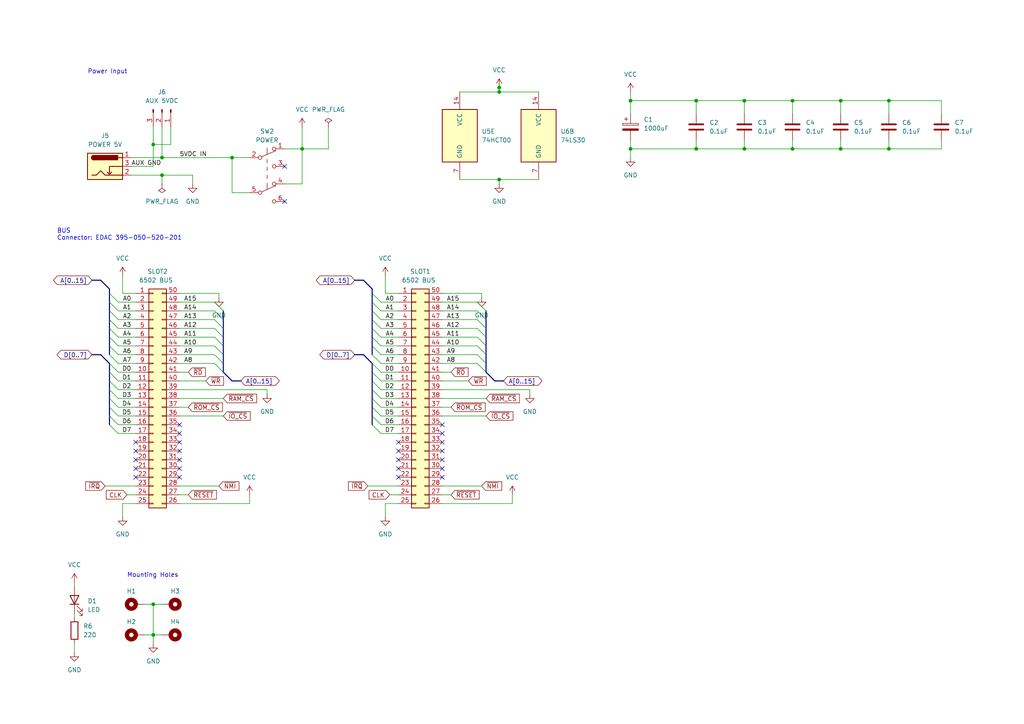
<source format=kicad_sch>
(kicad_sch (version 20230121) (generator eeschema)
  (paper "A4")
  (title_block (title "simple6502") (date "2023-09-23") (rev "0.5") (company "Mariano Luna"))
  (lib_symbols
    (symbol "74xx:74HCT00" (pin_names (offset 1.016))
      (property "Reference" "U" (at 0 1.27 0))
      (property "Value" "74HCT00" (at 0 -1.27 0))
      (symbol "74HCT00_1_1"
        (pin input line (at -7.62 2.54 0) (length 3.81) (name "~") (number "1"))
        (pin input line (at -7.62 -2.54 0) (length 3.81) (name "~") (number "2"))
        (pin output inverted (at 7.62 0 180) (length 3.81) (name "~") (number "3"))
      )
      (symbol "74HCT00_1_2"
        (pin input inverted (at -7.62 2.54 0) (length 4.318) (name "~") (number "1"))
        (pin input inverted (at -7.62 -2.54 0) (length 4.318) (name "~") (number "2"))
        (pin output line (at 7.62 0 180) (length 3.81) (name "~") (number "3"))
      )
      (symbol "74HCT00_2_1"
        (pin input line (at -7.62 2.54 0) (length 3.81) (name "~") (number "4"))
        (pin input line (at -7.62 -2.54 0) (length 3.81) (name "~") (number "5"))
        (pin output inverted (at 7.62 0 180) (length 3.81) (name "~") (number "6"))
      )
      (symbol "74HCT00_2_2"
        (pin input inverted (at -7.62 2.54 0) (length 4.318) (name "~") (number "4"))
        (pin input inverted (at -7.62 -2.54 0) (length 4.318) (name "~") (number "5"))
        (pin output line (at 7.62 0 180) (length 3.81) (name "~") (number "6"))
      )
      (symbol "74HCT00_3_1"
        (pin input line (at -7.62 -2.54 0) (length 3.81) (name "~") (number "10"))
        (pin output inverted (at 7.62 0 180) (length 3.81) (name "~") (number "8"))
        (pin input line (at -7.62 2.54 0) (length 3.81) (name "~") (number "9"))
      )
      (symbol "74HCT00_3_2"
        (pin input inverted (at -7.62 -2.54 0) (length 4.318) (name "~") (number "10"))
        (pin output line (at 7.62 0 180) (length 3.81) (name "~") (number "8"))
        (pin input inverted (at -7.62 2.54 0) (length 4.318) (name "~") (number "9"))
      )
      (symbol "74HCT00_4_1"
        (pin output inverted (at 7.62 0 180) (length 3.81) (name "~") (number "11"))
        (pin input line (at -7.62 2.54 0) (length 3.81) (name "~") (number "12"))
        (pin input line (at -7.62 -2.54 0) (length 3.81) (name "~") (number "13"))
      )
      (symbol "74HCT00_4_2"
        (pin output line (at 7.62 0 180) (length 3.81) (name "~") (number "11"))
        (pin input inverted (at -7.62 2.54 0) (length 4.318) (name "~") (number "12"))
        (pin input inverted (at -7.62 -2.54 0) (length 4.318) (name "~") (number "13"))
      )
      (symbol "74HCT00_5_0"
        (pin power_in line (at 0 12.7 270) (length 5.08) (name "VCC") (number "14"))
        (pin power_in line (at 0 -12.7 90) (length 5.08) (name "GND") (number "7"))
      )
    )
    (symbol "74xx:74LS30" (pin_names (offset 1.016))
      (property "Reference" "U" (at 0 1.27 0))
      (property "Value" "74LS30" (at 0 -1.27 0))
      (symbol "74LS30_1_1"
        (pin input line (at -7.62 7.62 0) (length 3.81) (name "~") (number "1"))
        (pin input line (at -7.62 -7.62 0) (length 3.81) (name "~") (number "11"))
        (pin input line (at -7.62 -10.16 0) (length 3.81) (name "~") (number "12"))
        (pin input line (at -7.62 5.08 0) (length 3.81) (name "~") (number "2"))
        (pin input line (at -7.62 2.54 0) (length 3.81) (name "~") (number "3"))
        (pin input line (at -7.62 0 0) (length 3.81) (name "~") (number "4"))
        (pin input line (at -7.62 -2.54 0) (length 3.81) (name "~") (number "5"))
        (pin input line (at -7.62 -5.08 0) (length 3.81) (name "~") (number "6"))
        (pin output inverted (at 7.62 0 180) (length 3.81) (name "~") (number "8"))
      )
      (symbol "74LS30_1_2"
        (pin input inverted (at -7.62 7.62 0) (length 3.81) (name "~") (number "1"))
        (pin input inverted (at -7.62 -7.62 0) (length 3.81) (name "~") (number "11"))
        (pin input inverted (at -7.62 -10.16 0) (length 3.81) (name "~") (number "12"))
        (pin input inverted (at -7.62 5.08 0) (length 3.81) (name "~") (number "2"))
        (pin input inverted (at -7.62 2.54 0) (length 4.5466) (name "~") (number "3"))
        (pin input inverted (at -7.62 0 0) (length 5.08) (name "~") (number "4"))
        (pin input inverted (at -7.62 -2.54 0) (length 4.5466) (name "~") (number "5"))
        (pin input inverted (at -7.62 -5.08 0) (length 3.81) (name "~") (number "6"))
        (pin output line (at 7.62 0 180) (length 3.81) (name "~") (number "8"))
      )
      (symbol "74LS30_2_0"
        (pin power_in line (at 0 12.7 270) (length 5.08) (name "VCC") (number "14"))
        (pin power_in line (at 0 -12.7 90) (length 5.08) (name "GND") (number "7"))
      )
    )
    (symbol "Connector:Barrel_Jack_Switch" (pin_names hide)
      (property "Reference" "J" (at 0 5.334 0))
      (property "Value" "Barrel_Jack_Switch" (at 0 -5.08 0))
      (symbol "Barrel_Jack_Switch_1_1"
        (pin passive line (at 7.62 2.54 180) (length 2.54) (name "~") (number "1"))
        (pin passive line (at 7.62 -2.54 180) (length 2.54) (name "~") (number "2"))
        (pin passive line (at 7.62 0 180) (length 2.54) (name "~") (number "3"))
      )
    )
    (symbol "Connector:Conn_01x03_Pin" (pin_names (offset 1.016) hide)
      (property "Reference" "J" (at 0 5.08 0))
      (property "Value" "Conn_01x03_Pin" (at 0 -5.08 0))
      (symbol "Conn_01x03_Pin_1_1"
        (pin passive line (at 5.08 2.54 180) (length 3.81) (name "Pin_1") (number "1"))
        (pin passive line (at 5.08 0 180) (length 3.81) (name "Pin_2") (number "2"))
        (pin passive line (at 5.08 -2.54 180) (length 3.81) (name "Pin_3") (number "3"))
      )
    )
    (symbol "Connector_Generic:Conn_02x25_Counter_Clockwise" (pin_names (offset 1.016) hide)
      (property "Reference" "J" (at 1.27 33.02 0))
      (property "Value" "Conn_02x25_Counter_Clockwise" (at 1.27 -33.02 0))
      (symbol "Conn_02x25_Counter_Clockwise_1_1"
        (pin passive line (at -5.08 30.48 0) (length 3.81) (name "Pin_1") (number "1"))
        (pin passive line (at -5.08 7.62 0) (length 3.81) (name "Pin_10") (number "10"))
        (pin passive line (at -5.08 5.08 0) (length 3.81) (name "Pin_11") (number "11"))
        (pin passive line (at -5.08 2.54 0) (length 3.81) (name "Pin_12") (number "12"))
        (pin passive line (at -5.08 0 0) (length 3.81) (name "Pin_13") (number "13"))
        (pin passive line (at -5.08 -2.54 0) (length 3.81) (name "Pin_14") (number "14"))
        (pin passive line (at -5.08 -5.08 0) (length 3.81) (name "Pin_15") (number "15"))
        (pin passive line (at -5.08 -7.62 0) (length 3.81) (name "Pin_16") (number "16"))
        (pin passive line (at -5.08 -10.16 0) (length 3.81) (name "Pin_17") (number "17"))
        (pin passive line (at -5.08 -12.7 0) (length 3.81) (name "Pin_18") (number "18"))
        (pin passive line (at -5.08 -15.24 0) (length 3.81) (name "Pin_19") (number "19"))
        (pin passive line (at -5.08 27.94 0) (length 3.81) (name "Pin_2") (number "2"))
        (pin passive line (at -5.08 -17.78 0) (length 3.81) (name "Pin_20") (number "20"))
        (pin passive line (at -5.08 -20.32 0) (length 3.81) (name "Pin_21") (number "21"))
        (pin passive line (at -5.08 -22.86 0) (length 3.81) (name "Pin_22") (number "22"))
        (pin passive line (at -5.08 -25.4 0) (length 3.81) (name "Pin_23") (number "23"))
        (pin passive line (at -5.08 -27.94 0) (length 3.81) (name "Pin_24") (number "24"))
        (pin passive line (at -5.08 -30.48 0) (length 3.81) (name "Pin_25") (number "25"))
        (pin passive line (at 7.62 -30.48 180) (length 3.81) (name "Pin_26") (number "26"))
        (pin passive line (at 7.62 -27.94 180) (length 3.81) (name "Pin_27") (number "27"))
        (pin passive line (at 7.62 -25.4 180) (length 3.81) (name "Pin_28") (number "28"))
        (pin passive line (at 7.62 -22.86 180) (length 3.81) (name "Pin_29") (number "29"))
        (pin passive line (at -5.08 25.4 0) (length 3.81) (name "Pin_3") (number "3"))
        (pin passive line (at 7.62 -20.32 180) (length 3.81) (name "Pin_30") (number "30"))
        (pin passive line (at 7.62 -17.78 180) (length 3.81) (name "Pin_31") (number "31"))
        (pin passive line (at 7.62 -15.24 180) (length 3.81) (name "Pin_32") (number "32"))
        (pin passive line (at 7.62 -12.7 180) (length 3.81) (name "Pin_33") (number "33"))
        (pin passive line (at 7.62 -10.16 180) (length 3.81) (name "Pin_34") (number "34"))
        (pin passive line (at 7.62 -7.62 180) (length 3.81) (name "Pin_35") (number "35"))
        (pin passive line (at 7.62 -5.08 180) (length 3.81) (name "Pin_36") (number "36"))
        (pin passive line (at 7.62 -2.54 180) (length 3.81) (name "Pin_37") (number "37"))
        (pin passive line (at 7.62 0 180) (length 3.81) (name "Pin_38") (number "38"))
        (pin passive line (at 7.62 2.54 180) (length 3.81) (name "Pin_39") (number "39"))
        (pin passive line (at -5.08 22.86 0) (length 3.81) (name "Pin_4") (number "4"))
        (pin passive line (at 7.62 5.08 180) (length 3.81) (name "Pin_40") (number "40"))
        (pin passive line (at 7.62 7.62 180) (length 3.81) (name "Pin_41") (number "41"))
        (pin passive line (at 7.62 10.16 180) (length 3.81) (name "Pin_42") (number "42"))
        (pin passive line (at 7.62 12.7 180) (length 3.81) (name "Pin_43") (number "43"))
        (pin passive line (at 7.62 15.24 180) (length 3.81) (name "Pin_44") (number "44"))
        (pin passive line (at 7.62 17.78 180) (length 3.81) (name "Pin_45") (number "45"))
        (pin passive line (at 7.62 20.32 180) (length 3.81) (name "Pin_46") (number "46"))
        (pin passive line (at 7.62 22.86 180) (length 3.81) (name "Pin_47") (number "47"))
        (pin passive line (at 7.62 25.4 180) (length 3.81) (name "Pin_48") (number "48"))
        (pin passive line (at 7.62 27.94 180) (length 3.81) (name "Pin_49") (number "49"))
        (pin passive line (at -5.08 20.32 0) (length 3.81) (name "Pin_5") (number "5"))
        (pin passive line (at 7.62 30.48 180) (length 3.81) (name "Pin_50") (number "50"))
        (pin passive line (at -5.08 17.78 0) (length 3.81) (name "Pin_6") (number "6"))
        (pin passive line (at -5.08 15.24 0) (length 3.81) (name "Pin_7") (number "7"))
        (pin passive line (at -5.08 12.7 0) (length 3.81) (name "Pin_8") (number "8"))
        (pin passive line (at -5.08 10.16 0) (length 3.81) (name "Pin_9") (number "9"))
      )
    )
    (symbol "Device:C" (pin_numbers hide) (pin_names (offset 0.254))
      (property "Reference" "C" (at 0.635 2.54 0))
      (property "Value" "C" (at 0.635 -2.54 0))
      (symbol "C_1_1"
        (pin passive line (at 0 3.81 270) (length 2.794) (name "~") (number "1"))
        (pin passive line (at 0 -3.81 90) (length 2.794) (name "~") (number "2"))
      )
    )
    (symbol "Device:C_Polarized" (pin_numbers hide) (pin_names (offset 0.254))
      (property "Reference" "C" (at 0.635 2.54 0))
      (property "Value" "C_Polarized" (at 0.635 -2.54 0))
      (symbol "C_Polarized_1_1"
        (pin passive line (at 0 3.81 270) (length 2.794) (name "~") (number "1"))
        (pin passive line (at 0 -3.81 90) (length 2.794) (name "~") (number "2"))
      )
    )
    (symbol "Device:LED" (pin_numbers hide) (pin_names (offset 1.016) hide)
      (property "Reference" "D" (at 0 2.54 0))
      (property "Value" "LED" (at 0 -2.54 0))
      (symbol "LED_1_1"
        (pin passive line (at -3.81 0 0) (length 2.54) (name "K") (number "1"))
        (pin passive line (at 3.81 0 180) (length 2.54) (name "A") (number "2"))
      )
    )
    (symbol "Device:R" (pin_numbers hide) (pin_names (offset 0))
      (property "Reference" "R" (at 2.032 0 90))
      (property "Value" "R" (at 0 0 90))
      (symbol "R_1_1"
        (pin passive line (at 0 3.81 270) (length 1.27) (name "~") (number "1"))
        (pin passive line (at 0 -3.81 90) (length 1.27) (name "~") (number "2"))
      )
    )
    (symbol "Mechanical:MountingHole_Pad" (pin_numbers hide) (pin_names (offset 1.016) hide)
      (property "Reference" "H" (at 0 6.35 0))
      (property "Value" "MountingHole_Pad" (at 0 4.445 0))
      (symbol "MountingHole_Pad_1_1"
        (pin input line (at 0 -2.54 90) (length 2.54) (name "1") (number "1"))
      )
    )
    (symbol "Switch:SW_Push_DPDT" (pin_names (offset 0) hide)
      (property "Reference" "SW" (at 0 8.89 0))
      (property "Value" "SW_Push_DPDT" (at 0 -10.16 0))
      (symbol "SW_Push_DPDT_1_1"
        (pin passive line (at 5.08 7.62 180) (length 2.54) (name "A") (number "1"))
        (pin passive line (at -5.08 5.08 0) (length 2.54) (name "B") (number "2"))
        (pin passive line (at 5.08 2.54 180) (length 2.54) (name "C") (number "3"))
        (pin passive line (at 5.08 -2.54 180) (length 2.54) (name "A") (number "4"))
        (pin passive line (at -5.08 -5.08 0) (length 2.54) (name "B") (number "5"))
        (pin passive line (at 5.08 -7.62 180) (length 2.54) (name "C") (number "6"))
      )
    )
    (symbol "power:GND" (power) (pin_names (offset 0))
      (property "Value" "GND" (at 0 -3.81 0))
      (symbol "GND_1_1"
        (pin power_in line (at 0 0 270) (length 0) hide (name "GND") (number "1"))
      )
    )
    (symbol "power:PWR_FLAG" (power) (pin_numbers hide) (pin_names (offset 0) hide)
      (property "Value" "PWR_FLAG" (at 0 3.81 0))
      (symbol "PWR_FLAG_0_0"
        (pin power_out line (at 0 0 90) (length 0) (name "pwr") (number "1"))
      )
    )
    (symbol "power:VCC" (power) (pin_names (offset 0))
      (property "Value" "VCC" (at 0 3.81 0))
      (symbol "VCC_1_1"
        (pin power_in line (at 0 0 90) (length 0) hide (name "VCC") (number "1"))
      )
    )
  )
  (junction (at 44.45 41.91))
  (junction (at 46.99 50.8))
  (junction (at 201.93 43.18))
  (junction (at 257.81 29.21))
  (junction (at 46.99 45.72))
  (junction (at 243.84 43.18))
  (junction (at 229.87 43.18))
  (junction (at 182.88 29.21))
  (junction (at 44.45 184.15))
  (junction (at 201.93 29.21))
  (junction (at 144.78 52.07))
  (junction (at 44.45 175.26))
  (junction (at 215.9 29.21))
  (junction (at 182.88 43.18))
  (junction (at 243.84 29.21))
  (junction (at 67.31 45.72))
  (junction (at 144.78 26.67))
  (junction (at 215.9 43.18))
  (junction (at 257.81 43.18))
  (junction (at 87.63 43.18))
  (junction (at 229.87 29.21))
  (junction (at 144.78 25.4))
  (no_connect (at 128.27 138.43))
  (no_connect (at 52.07 123.19))
  (no_connect (at 52.07 138.43))
  (no_connect (at 115.57 135.89))
  (no_connect (at 52.07 135.89))
  (no_connect (at 52.07 125.73))
  (no_connect (at 39.37 138.43))
  (no_connect (at 39.37 135.89))
  (no_connect (at 39.37 130.81))
  (no_connect (at 52.07 133.35))
  (no_connect (at 128.27 135.89))
  (no_connect (at 82.55 48.26))
  (no_connect (at 39.37 128.27))
  (no_connect (at 39.37 133.35))
  (no_connect (at 128.27 133.35))
  (no_connect (at 115.57 128.27))
  (no_connect (at 82.55 58.42))
  (no_connect (at 128.27 130.81))
  (no_connect (at 128.27 123.19))
  (no_connect (at 52.07 130.81))
  (no_connect (at 52.07 128.27))
  (no_connect (at 115.57 138.43))
  (no_connect (at 128.27 125.73))
  (no_connect (at 128.27 128.27))
  (no_connect (at 115.57 133.35))
  (no_connect (at 115.57 130.81))
  (bus_entry (at 110.49 95.25) (size -2.54 -2.54))
  (bus_entry (at 34.29 110.49) (size -2.54 -2.54))
  (bus_entry (at 110.49 113.03) (size -2.54 -2.54))
  (bus_entry (at 110.49 105.41) (size -2.54 -2.54))
  (bus_entry (at 34.29 105.41) (size -2.54 -2.54))
  (bus_entry (at 110.49 115.57) (size -2.54 -2.54))
  (bus_entry (at 110.49 87.63) (size -2.54 -2.54))
  (bus_entry (at 138.43 97.79) (size 2.54 2.54))
  (bus_entry (at 34.29 118.11) (size -2.54 -2.54))
  (bus_entry (at 62.23 100.33) (size 2.54 2.54))
  (bus_entry (at 62.23 95.25) (size 2.54 2.54))
  (bus_entry (at 110.49 97.79) (size -2.54 -2.54))
  (bus_entry (at 34.29 102.87) (size -2.54 -2.54))
  (bus_entry (at 34.29 113.03) (size -2.54 -2.54))
  (bus_entry (at 110.49 123.19) (size -2.54 -2.54))
  (bus_entry (at 110.49 100.33) (size -2.54 -2.54))
  (bus_entry (at 110.49 120.65) (size -2.54 -2.54))
  (bus_entry (at 62.23 97.79) (size 2.54 2.54))
  (bus_entry (at 62.23 102.87) (size 2.54 2.54))
  (bus_entry (at 34.29 107.95) (size -2.54 -2.54))
  (bus_entry (at 138.43 102.87) (size 2.54 2.54))
  (bus_entry (at 110.49 107.95) (size -2.54 -2.54))
  (bus_entry (at 34.29 100.33) (size -2.54 -2.54))
  (bus_entry (at 34.29 90.17) (size -2.54 -2.54))
  (bus_entry (at 62.23 92.71) (size 2.54 2.54))
  (bus_entry (at 138.43 95.25) (size 2.54 2.54))
  (bus_entry (at 34.29 115.57) (size -2.54 -2.54))
  (bus_entry (at 110.49 90.17) (size -2.54 -2.54))
  (bus_entry (at 34.29 87.63) (size -2.54 -2.54))
  (bus_entry (at 62.23 105.41) (size 2.54 2.54))
  (bus_entry (at 110.49 125.73) (size -2.54 -2.54))
  (bus_entry (at 138.43 90.17) (size 2.54 2.54))
  (bus_entry (at 34.29 123.19) (size -2.54 -2.54))
  (bus_entry (at 110.49 110.49) (size -2.54 -2.54))
  (bus_entry (at 138.43 105.41) (size 2.54 2.54))
  (bus_entry (at 138.43 92.71) (size 2.54 2.54))
  (bus_entry (at 62.23 90.17) (size 2.54 2.54))
  (bus_entry (at 110.49 102.87) (size -2.54 -2.54))
  (bus_entry (at 62.23 87.63) (size 2.54 2.54))
  (bus_entry (at 138.43 100.33) (size 2.54 2.54))
  (bus_entry (at 34.29 120.65) (size -2.54 -2.54))
  (bus_entry (at 34.29 92.71) (size -2.54 -2.54))
  (bus_entry (at 110.49 92.71) (size -2.54 -2.54))
  (bus_entry (at 34.29 125.73) (size -2.54 -2.54))
  (bus_entry (at 138.43 87.63) (size 2.54 2.54))
  (bus_entry (at 34.29 97.79) (size -2.54 -2.54))
  (bus_entry (at 110.49 118.11) (size -2.54 -2.54))
  (bus_entry (at 34.29 95.25) (size -2.54 -2.54))
  (wire (pts (xy 133.35 52.07) (xy 144.78 52.07)))
  (wire (pts (xy 201.93 29.21) (xy 201.93 33.02)))
  (wire (pts (xy 46.99 36.83) (xy 46.99 45.72)))
  (wire (pts (xy 35.56 146.05) (xy 39.37 146.05)))
  (wire (pts (xy 36.83 143.51) (xy 39.37 143.51)))
  (wire (pts (xy 115.57 105.41) (xy 110.49 105.41)))
  (bus (pts (xy 31.75 105.41) (xy 31.75 107.95)))
  (bus (pts (xy 140.97 102.87) (xy 140.97 100.33)))
  (bus (pts (xy 140.97 102.87) (xy 140.97 105.41)))
  (bus (pts (xy 107.95 83.82) (xy 107.95 85.09)))
  (wire (pts (xy 46.99 50.8) (xy 46.99 53.34)))
  (wire (pts (xy 44.45 36.83) (xy 44.45 41.91)))
  (wire (pts (xy 115.57 120.65) (xy 110.49 120.65)))
  (wire (pts (xy 182.88 29.21) (xy 182.88 33.02)))
  (wire (pts (xy 82.55 43.18) (xy 87.63 43.18)))
  (wire (pts (xy 52.07 113.03) (xy 77.47 113.03)))
  (wire (pts (xy 52.07 95.25) (xy 62.23 95.25)))
  (bus (pts (xy 31.75 118.11) (xy 31.75 120.65)))
  (wire (pts (xy 87.63 36.83) (xy 87.63 43.18)))
  (bus (pts (xy 102.87 102.87) (xy 105.41 102.87)))
  (bus (pts (xy 31.75 105.41) (xy 29.21 102.87)))
  (bus (pts (xy 64.77 97.79) (xy 64.77 95.25)))
  (wire (pts (xy 82.55 53.34) (xy 87.63 53.34)))
  (wire (pts (xy 39.37 125.73) (xy 34.29 125.73)))
  (bus (pts (xy 31.75 110.49) (xy 31.75 113.03)))
  (wire (pts (xy 128.27 85.09) (xy 139.7 85.09)))
  (bus (pts (xy 107.95 107.95) (xy 107.95 110.49)))
  (wire (pts (xy 44.45 184.15) (xy 44.45 186.69)))
  (bus (pts (xy 107.95 90.17) (xy 107.95 92.71)))
  (wire (pts (xy 111.76 146.05) (xy 111.76 149.86)))
  (wire (pts (xy 87.63 43.18) (xy 95.25 43.18)))
  (wire (pts (xy 49.53 41.91) (xy 44.45 41.91)))
  (bus (pts (xy 31.75 95.25) (xy 31.75 97.79)))
  (wire (pts (xy 39.37 102.87) (xy 34.29 102.87)))
  (wire (pts (xy 257.81 29.21) (xy 257.81 33.02)))
  (wire (pts (xy 52.07 107.95) (xy 54.61 107.95)))
  (wire (pts (xy 115.57 100.33) (xy 110.49 100.33)))
  (wire (pts (xy 52.07 115.57) (xy 64.77 115.57)))
  (wire (pts (xy 128.27 143.51) (xy 130.81 143.51)))
  (wire (pts (xy 148.59 143.51) (xy 148.59 146.05)))
  (bus (pts (xy 26.67 81.28) (xy 29.21 81.28)))
  (bus (pts (xy 26.67 102.87) (xy 29.21 102.87)))
  (wire (pts (xy 44.45 175.26) (xy 44.45 184.15)))
  (wire (pts (xy 39.37 115.57) (xy 34.29 115.57)))
  (bus (pts (xy 64.77 100.33) (xy 64.77 97.79)))
  (bus (pts (xy 140.97 97.79) (xy 140.97 95.25)))
  (wire (pts (xy 115.57 123.19) (xy 110.49 123.19)))
  (wire (pts (xy 144.78 26.67) (xy 156.21 26.67)))
  (bus (pts (xy 31.75 83.82) (xy 31.75 85.09)))
  (wire (pts (xy 115.57 115.57) (xy 110.49 115.57)))
  (wire (pts (xy 128.27 113.03) (xy 153.67 113.03)))
  (wire (pts (xy 44.45 175.26) (xy 46.99 175.26)))
  (wire (pts (xy 115.57 113.03) (xy 110.49 113.03)))
  (wire (pts (xy 182.88 43.18) (xy 182.88 45.72)))
  (wire (pts (xy 182.88 26.67) (xy 182.88 29.21)))
  (wire (pts (xy 52.07 143.51) (xy 54.61 143.51)))
  (wire (pts (xy 215.9 29.21) (xy 229.87 29.21)))
  (wire (pts (xy 106.68 140.97) (xy 115.57 140.97)))
  (wire (pts (xy 35.56 146.05) (xy 35.56 149.86)))
  (bus (pts (xy 105.41 81.28) (xy 107.95 83.82)))
  (wire (pts (xy 52.07 85.09) (xy 63.5 85.09)))
  (wire (pts (xy 128.27 118.11) (xy 130.81 118.11)))
  (wire (pts (xy 39.37 92.71) (xy 34.29 92.71)))
  (wire (pts (xy 39.37 90.17) (xy 34.29 90.17)))
  (wire (pts (xy 215.9 40.64) (xy 215.9 43.18)))
  (wire (pts (xy 128.27 97.79) (xy 138.43 97.79)))
  (wire (pts (xy 128.27 105.41) (xy 138.43 105.41)))
  (wire (pts (xy 115.57 107.95) (xy 110.49 107.95)))
  (bus (pts (xy 102.87 81.28) (xy 105.41 81.28)))
  (wire (pts (xy 215.9 43.18) (xy 229.87 43.18)))
  (wire (pts (xy 128.27 146.05) (xy 148.59 146.05)))
  (bus (pts (xy 107.95 97.79) (xy 107.95 100.33)))
  (wire (pts (xy 55.88 50.8) (xy 55.88 53.34)))
  (bus (pts (xy 31.75 120.65) (xy 31.75 123.19)))
  (wire (pts (xy 182.88 43.18) (xy 201.93 43.18)))
  (wire (pts (xy 39.37 110.49) (xy 34.29 110.49)))
  (wire (pts (xy 201.93 40.64) (xy 201.93 43.18)))
  (bus (pts (xy 140.97 92.71) (xy 140.97 90.17)))
  (wire (pts (xy 115.57 102.87) (xy 110.49 102.87)))
  (wire (pts (xy 49.53 36.83) (xy 49.53 41.91)))
  (wire (pts (xy 46.99 45.72) (xy 67.31 45.72)))
  (wire (pts (xy 139.7 85.09) (xy 139.7 86.36)))
  (wire (pts (xy 273.05 40.64) (xy 273.05 43.18)))
  (bus (pts (xy 64.77 102.87) (xy 64.77 105.41)))
  (bus (pts (xy 107.95 105.41) (xy 107.95 107.95)))
  (wire (pts (xy 128.27 87.63) (xy 138.43 87.63)))
  (wire (pts (xy 67.31 45.72) (xy 67.31 55.88)))
  (wire (pts (xy 52.07 146.05) (xy 72.39 146.05)))
  (wire (pts (xy 44.45 184.15) (xy 46.99 184.15)))
  (wire (pts (xy 87.63 43.18) (xy 87.63 53.34)))
  (wire (pts (xy 52.07 97.79) (xy 62.23 97.79)))
  (wire (pts (xy 39.37 105.41) (xy 34.29 105.41)))
  (wire (pts (xy 111.76 146.05) (xy 115.57 146.05)))
  (wire (pts (xy 273.05 29.21) (xy 273.05 33.02)))
  (wire (pts (xy 39.37 113.03) (xy 34.29 113.03)))
  (wire (pts (xy 46.99 50.8) (xy 55.88 50.8)))
  (bus (pts (xy 64.77 92.71) (xy 64.77 90.17)))
  (wire (pts (xy 243.84 43.18) (xy 257.81 43.18)))
  (bus (pts (xy 67.31 110.49) (xy 69.85 110.49)))
  (bus (pts (xy 140.97 107.95) (xy 143.51 110.49)))
  (wire (pts (xy 128.27 92.71) (xy 138.43 92.71)))
  (bus (pts (xy 31.75 87.63) (xy 31.75 90.17)))
  (wire (pts (xy 144.78 25.4) (xy 144.78 26.67)))
  (wire (pts (xy 72.39 143.51) (xy 72.39 146.05)))
  (wire (pts (xy 257.81 29.21) (xy 273.05 29.21)))
  (bus (pts (xy 31.75 85.09) (xy 31.75 87.63)))
  (wire (pts (xy 115.57 90.17) (xy 110.49 90.17)))
  (wire (pts (xy 77.47 113.03) (xy 77.47 114.3)))
  (wire (pts (xy 39.37 95.25) (xy 34.29 95.25)))
  (wire (pts (xy 21.59 177.8) (xy 21.59 179.07)))
  (wire (pts (xy 38.1 48.26) (xy 44.45 48.26)))
  (bus (pts (xy 143.51 110.49) (xy 146.05 110.49)))
  (wire (pts (xy 111.76 80.01) (xy 111.76 85.09)))
  (bus (pts (xy 64.77 107.95) (xy 64.77 105.41)))
  (bus (pts (xy 107.95 87.63) (xy 107.95 90.17)))
  (wire (pts (xy 39.37 97.79) (xy 34.29 97.79)))
  (wire (pts (xy 52.07 105.41) (xy 62.23 105.41)))
  (wire (pts (xy 39.37 100.33) (xy 34.29 100.33)))
  (wire (pts (xy 144.78 52.07) (xy 156.21 52.07)))
  (wire (pts (xy 115.57 92.71) (xy 110.49 92.71)))
  (wire (pts (xy 243.84 29.21) (xy 257.81 29.21)))
  (wire (pts (xy 52.07 92.71) (xy 62.23 92.71)))
  (wire (pts (xy 39.37 87.63) (xy 34.29 87.63)))
  (wire (pts (xy 182.88 29.21) (xy 201.93 29.21)))
  (bus (pts (xy 31.75 100.33) (xy 31.75 102.87)))
  (bus (pts (xy 64.77 102.87) (xy 64.77 100.33)))
  (wire (pts (xy 153.67 113.03) (xy 153.67 114.3)))
  (wire (pts (xy 95.25 36.83) (xy 95.25 43.18)))
  (wire (pts (xy 115.57 97.79) (xy 110.49 97.79)))
  (wire (pts (xy 201.93 43.18) (xy 215.9 43.18)))
  (wire (pts (xy 39.37 107.95) (xy 34.29 107.95)))
  (wire (pts (xy 52.07 120.65) (xy 64.77 120.65)))
  (bus (pts (xy 64.77 95.25) (xy 64.77 92.71)))
  (bus (pts (xy 31.75 115.57) (xy 31.75 118.11)))
  (wire (pts (xy 128.27 107.95) (xy 130.81 107.95)))
  (bus (pts (xy 31.75 92.71) (xy 31.75 95.25)))
  (wire (pts (xy 229.87 43.18) (xy 243.84 43.18)))
  (bus (pts (xy 107.95 100.33) (xy 107.95 102.87)))
  (wire (pts (xy 67.31 55.88) (xy 72.39 55.88)))
  (bus (pts (xy 31.75 107.95) (xy 31.75 110.49)))
  (wire (pts (xy 133.35 26.67) (xy 144.78 26.67)))
  (bus (pts (xy 107.95 115.57) (xy 107.95 118.11)))
  (wire (pts (xy 182.88 40.64) (xy 182.88 43.18)))
  (bus (pts (xy 107.95 105.41) (xy 105.41 102.87)))
  (bus (pts (xy 140.97 100.33) (xy 140.97 97.79)))
  (wire (pts (xy 128.27 110.49) (xy 135.89 110.49)))
  (wire (pts (xy 144.78 24.13) (xy 144.78 25.4)))
  (bus (pts (xy 31.75 90.17) (xy 31.75 92.71)))
  (wire (pts (xy 52.07 100.33) (xy 62.23 100.33)))
  (wire (pts (xy 52.07 118.11) (xy 54.61 118.11)))
  (wire (pts (xy 52.07 110.49) (xy 59.69 110.49)))
  (wire (pts (xy 128.27 100.33) (xy 138.43 100.33)))
  (wire (pts (xy 144.78 52.07) (xy 144.78 53.34)))
  (wire (pts (xy 201.93 29.21) (xy 215.9 29.21)))
  (wire (pts (xy 113.03 143.51) (xy 115.57 143.51)))
  (wire (pts (xy 52.07 102.87) (xy 62.23 102.87)))
  (wire (pts (xy 128.27 90.17) (xy 138.43 90.17)))
  (bus (pts (xy 107.95 113.03) (xy 107.95 115.57)))
  (bus (pts (xy 107.95 118.11) (xy 107.95 120.65)))
  (bus (pts (xy 140.97 95.25) (xy 140.97 92.71)))
  (bus (pts (xy 64.77 107.95) (xy 67.31 110.49)))
  (wire (pts (xy 257.81 40.64) (xy 257.81 43.18)))
  (wire (pts (xy 38.1 50.8) (xy 46.99 50.8)))
  (wire (pts (xy 52.07 140.97) (xy 63.5 140.97)))
  (wire (pts (xy 229.87 29.21) (xy 243.84 29.21)))
  (wire (pts (xy 41.91 184.15) (xy 44.45 184.15)))
  (wire (pts (xy 63.5 85.09) (xy 63.5 86.36)))
  (wire (pts (xy 21.59 168.91) (xy 21.59 170.18)))
  (wire (pts (xy 229.87 40.64) (xy 229.87 43.18)))
  (bus (pts (xy 107.95 85.09) (xy 107.95 87.63)))
  (wire (pts (xy 128.27 140.97) (xy 139.7 140.97)))
  (wire (pts (xy 39.37 123.19) (xy 34.29 123.19)))
  (wire (pts (xy 243.84 40.64) (xy 243.84 43.18)))
  (wire (pts (xy 39.37 118.11) (xy 34.29 118.11)))
  (wire (pts (xy 111.76 85.09) (xy 115.57 85.09)))
  (wire (pts (xy 128.27 120.65) (xy 140.97 120.65)))
  (wire (pts (xy 229.87 29.21) (xy 229.87 33.02)))
  (bus (pts (xy 29.21 81.28) (xy 31.75 83.82)))
  (wire (pts (xy 52.07 87.63) (xy 62.23 87.63)))
  (wire (pts (xy 215.9 29.21) (xy 215.9 33.02)))
  (wire (pts (xy 35.56 85.09) (xy 39.37 85.09)))
  (wire (pts (xy 115.57 110.49) (xy 110.49 110.49)))
  (wire (pts (xy 35.56 80.01) (xy 35.56 85.09)))
  (wire (pts (xy 257.81 43.18) (xy 273.05 43.18)))
  (wire (pts (xy 115.57 87.63) (xy 110.49 87.63)))
  (bus (pts (xy 107.95 95.25) (xy 107.95 97.79)))
  (wire (pts (xy 128.27 115.57) (xy 140.97 115.57)))
  (wire (pts (xy 243.84 29.21) (xy 243.84 33.02)))
  (wire (pts (xy 67.31 45.72) (xy 72.39 45.72)))
  (wire (pts (xy 39.37 120.65) (xy 34.29 120.65)))
  (wire (pts (xy 128.27 95.25) (xy 138.43 95.25)))
  (wire (pts (xy 30.48 140.97) (xy 39.37 140.97)))
  (wire (pts (xy 115.57 125.73) (xy 110.49 125.73)))
  (bus (pts (xy 31.75 97.79) (xy 31.75 100.33)))
  (wire (pts (xy 38.1 45.72) (xy 46.99 45.72)))
  (wire (pts (xy 52.07 90.17) (xy 62.23 90.17)))
  (wire (pts (xy 44.45 41.91) (xy 44.45 48.26)))
  (wire (pts (xy 115.57 95.25) (xy 110.49 95.25)))
  (bus (pts (xy 31.75 113.03) (xy 31.75 115.57)))
  (bus (pts (xy 107.95 110.49) (xy 107.95 113.03)))
  (wire (pts (xy 41.91 175.26) (xy 44.45 175.26)))
  (bus (pts (xy 107.95 120.65) (xy 107.95 123.19)))
  (wire (pts (xy 128.27 102.87) (xy 138.43 102.87)))
  (bus (pts (xy 107.95 92.71) (xy 107.95 95.25)))
  (wire (pts (xy 115.57 118.11) (xy 110.49 118.11)))
  (bus (pts (xy 140.97 107.95) (xy 140.97 105.41)))
  (wire (pts (xy 21.59 186.69) (xy 21.59 189.23)))
  (text "Power Input" (at 25.4 21.59 0) (effects (font (size 1.27 1.27)) (justify left bottom)))
  (text "BUS\nConnector: EDAC 395-050-520-201" (at 16.51 69.85 0) (effects (font (size 1.27 1.27)) (justify left bottom)))
  (text "Mounting Holes" (at 36.83 167.64 0) (effects (font (size 1.27 1.27)) (justify left bottom)))
  (label "A11" (at 53.34 97.79 0))
  (label "D5" (at 38.1 120.65 180))
  (label "A1" (at 114.3 90.17 180))
  (label "D3" (at 38.1 115.57 180))
  (label "D5" (at 114.3 120.65 180))
  (label "A13" (at 53.34 92.71 0))
  (label "D7" (at 38.1 125.73 180))
  (label "D0" (at 38.1 107.95 180))
  (label "D3" (at 114.3 115.57 180))
  (label "A9" (at 129.54 102.87 0))
  (label "5VDC IN" (at 52.07 45.72 0))
  (label "A8" (at 53.34 105.41 0))
  (label "A8" (at 129.54 105.41 0))
  (label "A5" (at 114.3 100.33 180))
  (label "D6" (at 38.1 123.19 180))
  (label "A3" (at 38.1 95.25 180))
  (label "A4" (at 38.1 97.79 180))
  (label "A5" (at 38.1 100.33 180))
  (label "A0" (at 114.3 87.63 180))
  (label "A14" (at 53.34 90.17 0))
  (label "A3" (at 114.3 95.25 180))
  (label "D0" (at 114.3 107.95 180))
  (label "A10" (at 53.34 100.33 0))
  (label "A15" (at 53.34 87.63 0))
  (label "D6" (at 114.3 123.19 180))
  (label "A6" (at 38.1 102.87 180))
  (label "A0" (at 38.1 87.63 180))
  (label "AUX GND" (at 38.1 48.26 0))
  (label "A14" (at 129.54 90.17 0))
  (label "A12" (at 53.34 95.25 0))
  (label "A2" (at 38.1 92.71 180))
  (label "A1" (at 38.1 90.17 180))
  (label "D1" (at 38.1 110.49 180))
  (label "A15" (at 129.54 87.63 0))
  (label "D2" (at 38.1 113.03 180))
  (label "A9" (at 53.34 102.87 0))
  (label "A6" (at 114.3 102.87 180))
  (label "A10" (at 129.54 100.33 0))
  (label "D4" (at 38.1 118.11 180))
  (label "A4" (at 114.3 97.79 180))
  (label "A2" (at 114.3 92.71 180))
  (label "A13" (at 129.54 92.71 0))
  (label "A7" (at 38.1 105.41 180))
  (label "A12" (at 129.54 95.25 0))
  (label "D1" (at 114.3 110.49 180))
  (label "A11" (at 129.54 97.79 0))
  (label "D2" (at 114.3 113.03 180))
  (label "D4" (at 114.3 118.11 180))
  (label "D7" (at 114.3 125.73 180))
  (label "A7" (at 114.3 105.41 180))
  (global_label "~{ROM_CS}" (shape input) (at 54.61 118.11 0) (property "Intersheetrefs" "${INTERSHEET_REFS}" (effects hide)))
  (global_label "A[0..15]" (shape tri_state) (at 69.85 110.49 0) (property "Intersheetrefs" "${INTERSHEET_REFS}" (effects hide)))
  (global_label "~{RESET}" (shape input) (at 54.61 143.51 0) (property "Intersheetrefs" "${INTERSHEET_REFS}" (effects hide)))
  (global_label "~{WR}" (shape input) (at 135.89 110.49 0) (property "Intersheetrefs" "${INTERSHEET_REFS}" (effects hide)))
  (global_label "D[0..7]" (shape tri_state) (at 26.67 102.87 180) (property "Intersheetrefs" "${INTERSHEET_REFS}" (effects hide)))
  (global_label "CLK" (shape input) (at 113.03 143.51 180) (property "Intersheetrefs" "${INTERSHEET_REFS}" (effects hide)))
  (global_label "~{RD}" (shape input) (at 54.61 107.95 0) (property "Intersheetrefs" "${INTERSHEET_REFS}" (effects hide)))
  (global_label "A[0..15]" (shape tri_state) (at 146.05 110.49 0) (property "Intersheetrefs" "${INTERSHEET_REFS}" (effects hide)))
  (global_label "~{ROM_CS}" (shape input) (at 130.81 118.11 0) (property "Intersheetrefs" "${INTERSHEET_REFS}" (effects hide)))
  (global_label "~{RESET}" (shape input) (at 130.81 143.51 0) (property "Intersheetrefs" "${INTERSHEET_REFS}" (effects hide)))
  (global_label "~{NMI}" (shape input) (at 139.7 140.97 0) (property "Intersheetrefs" "${INTERSHEET_REFS}" (effects hide)))
  (global_label "~{IO_CS}" (shape input) (at 64.77 120.65 0) (property "Intersheetrefs" "${INTERSHEET_REFS}" (effects hide)))
  (global_label "D[0..7]" (shape tri_state) (at 102.87 102.87 180) (property "Intersheetrefs" "${INTERSHEET_REFS}" (effects hide)))
  (global_label "~{WR}" (shape input) (at 59.69 110.49 0) (property "Intersheetrefs" "${INTERSHEET_REFS}" (effects hide)))
  (global_label "~{RD}" (shape input) (at 130.81 107.95 0) (property "Intersheetrefs" "${INTERSHEET_REFS}" (effects hide)))
  (global_label "CLK" (shape input) (at 36.83 143.51 180) (property "Intersheetrefs" "${INTERSHEET_REFS}" (effects hide)))
  (global_label "~{IRQ}" (shape input) (at 30.48 140.97 180) (property "Intersheetrefs" "${INTERSHEET_REFS}" (effects hide)))
  (global_label "~{NMI}" (shape input) (at 63.5 140.97 0) (property "Intersheetrefs" "${INTERSHEET_REFS}" (effects hide)))
  (global_label "~{IO_CS}" (shape input) (at 140.97 120.65 0) (property "Intersheetrefs" "${INTERSHEET_REFS}" (effects hide)))
  (global_label "~{RAM_CS}" (shape input) (at 140.97 115.57 0) (property "Intersheetrefs" "${INTERSHEET_REFS}" (effects hide)))
  (global_label "A[0..15]" (shape tri_state) (at 26.67 81.28 180) (property "Intersheetrefs" "${INTERSHEET_REFS}" (effects hide)))
  (global_label "~{RAM_CS}" (shape input) (at 64.77 115.57 0) (property "Intersheetrefs" "${INTERSHEET_REFS}" (effects hide)))
  (global_label "A[0..15]" (shape tri_state) (at 102.87 81.28 180) (property "Intersheetrefs" "${INTERSHEET_REFS}" (effects hide)))
  (global_label "~{IRQ}" (shape input) (at 106.68 140.97 180) (property "Intersheetrefs" "${INTERSHEET_REFS}" (effects hide)))
  (symbol (lib_id "power:PWR_FLAG") (at 46.99 53.34 180) (unit 1)
    (property "Reference" "#FLGGND0101" (effects hide))
    (property "Value" "PWR_FLAG" (at 46.99 58.42 0))
  )
  (symbol (lib_id "power:GND") (at 35.56 149.86 0) (unit 1)
    (property "Reference" "#PWR035" (effects hide))
    (property "Value" "GND" (at 35.56 154.94 0))
    (instances (project "simple6502" (path "" (reference "#PWR035") (unit 1)) (path "" (reference "#PWR034") (unit 1))))
  )
  (symbol (lib_id "Device:C") (at 229.87 36.83 0) (unit 1)
    (property "Reference" "C4" (at 233.68 35.56 0) (effects (justify left)))
    (property "Value" "0.1uF" (at 233.68 38.1 0) (effects (justify left)))
    (property "Footprint" "Capacitor_THT:C_Disc_D3.0mm_W1.6mm_P2.50mm" (effects hide))
  )
  (symbol (lib_id "power:GND") (at 144.78 53.34 0) (unit 1)
    (property "Reference" "#PWR024" (effects hide))
    (property "Value" "GND" (at 144.78 58.42 0))
  )
  (symbol (lib_id "power:VCC") (at 148.59 143.51 0) (unit 1)
    (property "Reference" "#PWR019" (effects hide))
    (property "Value" "VCC" (at 148.59 138.43 0))
    (instances (project "simple6502" (path "" (reference "#PWR019") (unit 1)) (path "" (reference "#PWR033") (unit 1))))
  )
  (symbol (lib_id "power:GND") (at 182.88 45.72 0) (unit 1)
    (property "Reference" "#PWR022" (effects hide))
    (property "Value" "GND" (at 182.88 50.8 0))
  )
  (symbol (lib_id "Device:R") (at 21.59 182.88 0) (unit 1)
    (property "Reference" "R6" (at 24.13 181.61 0) (effects (justify left)))
    (property "Value" "220" (at 24.13 184.15 0) (effects (justify left)))
    (property "Footprint" "Resistor_THT:R_Axial_DIN0204_L3.6mm_D1.6mm_P7.62mm_Horizontal" (effects hide))
  )
  (symbol (lib_id "power:VCC") (at 87.63 36.83 0) (unit 1)
    (property "Reference" "#PWR026" (effects hide))
    (property "Value" "VCC" (at 87.63 31.75 0))
  )
  (symbol (lib_id "Device:C") (at 273.05 36.83 0) (unit 1)
    (property "Reference" "C7" (at 276.86 35.56 0) (effects (justify left)))
    (property "Value" "0.1uF" (at 276.86 38.1 0) (effects (justify left)))
    (property "Footprint" "Capacitor_THT:C_Disc_D3.0mm_W1.6mm_P2.50mm" (effects hide))
  )
  (symbol (lib_id "Connector:Barrel_Jack_Switch") (at 30.48 48.26 0) (unit 1)
    (property "Reference" "J5" (at 30.48 39.37 0))
    (property "Value" "POWER 5V" (at 30.48 41.91 0))
    (property "Footprint" "Connector_BarrelJack:BarrelJack_Horizontal" (effects hide))
  )
  (symbol (lib_id "74xx:74HCT00") (at 133.35 39.37 0) (unit 5)
    (property "Reference" "U5" (at 139.7 38.1 0) (effects (justify left)))
    (property "Value" "74HCT00" (at 139.7 40.64 0) (effects (justify left)))
    (property "Footprint" "Package_DIP:DIP-14_W7.62mm_Socket" (effects hide))
    (property "Datasheet" "http://www.ti.com/lit/gpn/sn74hct00" (effects hide))
  )
  (symbol (lib_id "Device:C_Polarized") (at 182.88 36.83 0) (unit 1)
    (property "Reference" "C1" (at 186.69 34.671 0) (effects (justify left)))
    (property "Value" "1000uF" (at 186.69 37.211 0) (effects (justify left)))
    (property "Footprint" "Capacitor_THT:CP_Radial_D6.3mm_P2.50mm" (effects hide))
  )
  (symbol (lib_id "Device:C") (at 201.93 36.83 0) (unit 1)
    (property "Reference" "C2" (at 205.74 35.56 0) (effects (justify left)))
    (property "Value" "0.1uF" (at 205.74 38.1 0) (effects (justify left)))
    (property "Footprint" "Capacitor_THT:C_Disc_D3.0mm_W1.6mm_P2.50mm" (effects hide))
  )
  (symbol (lib_id "power:GND") (at 63.5 86.36 0) (unit 1)
    (property "Reference" "#PWR032" (effects hide))
    (property "Value" "GND" (at 63.5 91.44 0))
    (instances (project "simple6502" (path "" (reference "#PWR032") (unit 1)) (path "" (reference "#PWR019") (unit 1))))
  )
  (symbol (lib_id "power:VCC") (at 182.88 26.67 0) (unit 1)
    (property "Reference" "#PWR021" (effects hide))
    (property "Value" "VCC" (at 182.88 21.59 0))
  )
  (symbol (lib_id "power:GND") (at 153.67 114.3 0) (unit 1)
    (property "Reference" "#PWR025" (effects hide))
    (property "Value" "GND" (at 153.67 119.38 0))
    (instances (project "simple6502" (path "" (reference "#PWR025") (unit 1)) (path "" (reference "#PWR031") (unit 1))))
  )
  (symbol (lib_id "Mechanical:MountingHole_Pad") (at 49.53 184.15 270) (mirror x) (unit 1)
    (property "Reference" "H4" (at 50.8 180.34 90))
    (property "Value" "M" (effects hide))
    (property "Footprint" "MountingHole:MountingHole_2.7mm_M2.5_Pad_Via" (effects hide))
  )
  (symbol (lib_id "power:PWR_FLAG") (at 95.25 36.83 0) (unit 1)
    (property "Reference" "#FLGVCC01" (effects hide))
    (property "Value" "PWR_FLAG" (at 95.25 31.75 0))
  )
  (symbol (lib_id "Device:C") (at 257.81 36.83 0) (unit 1)
    (property "Reference" "C6" (at 261.62 35.56 0) (effects (justify left)))
    (property "Value" "0.1uF" (at 261.62 38.1 0) (effects (justify left)))
    (property "Footprint" "Capacitor_THT:C_Disc_D3.0mm_W1.6mm_P2.50mm" (effects hide))
  )
  (symbol (lib_id "power:GND") (at 44.45 186.69 0) (unit 1)
    (property "Reference" "#PWR028" (effects hide))
    (property "Value" "GND" (at 44.45 191.77 0))
  )
  (symbol (lib_id "power:GND") (at 111.76 149.86 0) (unit 1)
    (property "Reference" "#PWR020" (effects hide))
    (property "Value" "GND" (at 111.76 154.94 0))
    (instances (project "simple6502" (path "" (reference "#PWR020") (unit 1)) (path "" (reference "#PWR035") (unit 1))))
  )
  (symbol (lib_id "74xx:74LS30") (at 156.21 39.37 0) (unit 2)
    (property "Reference" "U6" (at 162.56 38.1 0) (effects (justify left)))
    (property "Value" "74LS30" (at 162.56 40.64 0) (effects (justify left)))
    (property "Footprint" "Package_DIP:DIP-14_W7.62mm_Socket" (effects hide))
    (property "Datasheet" "http://www.ti.com/lit/gpn/sn74LS30" (effects hide))
    (instances (project "simple6502" (path "" (reference "U6") (unit 2)) (path "" (reference "U4") (unit 2))))
  )
  (symbol (lib_id "Connector_Generic:Conn_02x25_Counter_Clockwise") (at 44.45 115.57 0) (unit 1)
    (property "Reference" "SLOT2" (at 45.72 78.74 0))
    (property "Value" "6502 BUS " (at 45.72 81.28 0))
    (property "Footprint" "Connector_Card:EDAC 395-050-520-201" (effects hide))
    (instances (project "simple6502" (path "" (reference "SLOT2") (unit 1)) (path "" (reference "SLOT1") (unit 1))))
  )
  (symbol (lib_id "power:GND") (at 55.88 53.34 0) (unit 1)
    (property "Reference" "#PWR027" (effects hide))
    (property "Value" "GND" (at 55.88 58.42 0))
  )
  (symbol (lib_id "Mechanical:MountingHole_Pad") (at 49.53 175.26 270) (mirror x) (unit 1)
    (property "Reference" "H3" (at 50.8 171.45 90))
    (property "Value" "M" (effects hide))
    (property "Footprint" "MountingHole:MountingHole_2.7mm_M2.5_Pad_Via" (effects hide))
  )
  (symbol (lib_id "power:VCC") (at 72.39 143.51 0) (unit 1)
    (property "Reference" "#PWR034" (effects hide))
    (property "Value" "VCC" (at 72.39 138.43 0))
    (instances (project "simple6502" (path "" (reference "#PWR034") (unit 1)) (path "" (reference "#PWR032") (unit 1))))
  )
  (symbol (lib_id "power:VCC") (at 21.59 168.91 0) (unit 1)
    (property "Reference" "#PWR030" (effects hide))
    (property "Value" "VCC" (at 21.59 163.83 0))
  )
  (symbol (lib_id "Mechanical:MountingHole_Pad") (at 39.37 175.26 90) (unit 1)
    (property "Reference" "H1" (at 38.1 171.45 90))
    (property "Value" "M" (effects hide))
    (property "Footprint" "MountingHole:MountingHole_2.7mm_M2.5_Pad_Via" (effects hide))
  )
  (symbol (lib_id "power:VCC") (at 35.56 80.01 0) (unit 1)
    (property "Reference" "#PWR031" (effects hide))
    (property "Value" "VCC" (at 35.56 74.93 0))
    (instances (project "simple6502" (path "" (reference "#PWR031") (unit 1)) (path "" (reference "#PWR014") (unit 1))))
  )
  (symbol (lib_id "Mechanical:MountingHole_Pad") (at 39.37 184.15 90) (unit 1)
    (property "Reference" "H2" (at 38.1 180.34 90))
    (property "Value" "M" (effects hide))
    (property "Footprint" "MountingHole:MountingHole_2.7mm_M2.5_Pad_Via" (effects hide))
  )
  (symbol (lib_id "power:GND") (at 139.7 86.36 0) (unit 1)
    (property "Reference" "#PWR015" (effects hide))
    (property "Value" "GND" (at 139.7 91.44 0))
    (instances (project "simple6502" (path "" (reference "#PWR015") (unit 1)) (path "" (reference "#PWR020") (unit 1))))
  )
  (symbol (lib_id "Device:C") (at 215.9 36.83 0) (unit 1)
    (property "Reference" "C3" (at 219.71 35.56 0) (effects (justify left)))
    (property "Value" "0.1uF" (at 219.71 38.1 0) (effects (justify left)))
    (property "Footprint" "Capacitor_THT:C_Disc_D3.0mm_W1.6mm_P2.50mm" (effects hide))
  )
  (symbol (lib_id "Connector_Generic:Conn_02x25_Counter_Clockwise") (at 120.65 115.57 0) (unit 1)
    (property "Reference" "SLOT1" (at 121.92 78.74 0))
    (property "Value" "6502 BUS " (at 121.92 81.28 0))
    (property "Footprint" "Connector_Card:EDAC 395-050-520-201" (effects hide))
    (instances (project "simple6502" (path "" (reference "SLOT1") (unit 1)) (path "" (reference "SLOT2") (unit 1))))
  )
  (symbol (lib_id "power:VCC") (at 144.78 25.4 0) (unit 1)
    (property "Reference" "#PWR023" (effects hide))
    (property "Value" "VCC" (at 144.78 20.32 0))
  )
  (symbol (lib_id "power:GND") (at 21.59 189.23 0) (unit 1)
    (property "Reference" "#PWR029" (effects hide))
    (property "Value" "GND" (at 21.59 194.31 0))
  )
  (symbol (lib_id "power:VCC") (at 111.76 80.01 0) (unit 1)
    (property "Reference" "#PWR014" (effects hide))
    (property "Value" "VCC" (at 111.76 74.93 0))
    (instances (project "simple6502" (path "" (reference "#PWR014") (unit 1)) (path "" (reference "#PWR015") (unit 1))))
  )
  (symbol (lib_id "Switch:SW_Push_DPDT") (at 77.47 50.8 0) (unit 1)
    (property "Reference" "SW2" (at 77.47 38.1 0))
    (property "Value" "POWER" (at 77.47 40.64 0))
    (property "Footprint" "Button_Switch_THT:SW_Push_2P2T_Toggle_CK_PVA2OAH5xxxxxxV2" (effects hide))
  )
  (symbol (lib_id "Device:LED") (at 21.59 173.99 90) (unit 1)
    (property "Reference" "D1" (at 25.4 174.3075 90) (effects (justify right)))
    (property "Value" "LED" (at 25.4 176.8475 90) (effects (justify right)))
    (property "Footprint" "LED_THT:LED_D3.0mm" (effects hide))
  )
  (symbol (lib_id "Device:C") (at 243.84 36.83 0) (unit 1)
    (property "Reference" "C5" (at 247.65 35.56 0) (effects (justify left)))
    (property "Value" "0.1uF" (at 247.65 38.1 0) (effects (justify left)))
    (property "Footprint" "Capacitor_THT:C_Disc_D3.0mm_W1.6mm_P2.50mm" (effects hide))
  )
  (symbol (lib_id "power:GND") (at 77.47 114.3 0) (unit 1)
    (property "Reference" "#PWR033" (effects hide))
    (property "Value" "GND" (at 77.47 119.38 0))
    (instances (project "simple6502" (path "" (reference "#PWR033") (unit 1)) (path "" (reference "#PWR025") (unit 1))))
  )
  (symbol (lib_id "Connector:Conn_01x03_Pin") (at 46.99 31.75 270) (unit 1)
    (property "Reference" "J6" (at 46.99 26.67 90))
    (property "Value" "AUX 5VDC" (at 46.99 29.21 90))
    (property "Footprint" "Connector_PinHeader_2.54mm:PinHeader_1x03_P2.54mm_Vertical" (effects hide))
  )
)
</source>
